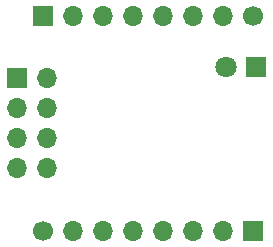
<source format=gbr>
%TF.GenerationSoftware,KiCad,Pcbnew,7.0.2*%
%TF.CreationDate,2023-05-28T00:49:17+02:00*%
%TF.ProjectId,cc1101_pcb,63633131-3031-45f7-9063-622e6b696361,rev?*%
%TF.SameCoordinates,Original*%
%TF.FileFunction,Soldermask,Bot*%
%TF.FilePolarity,Negative*%
%FSLAX46Y46*%
G04 Gerber Fmt 4.6, Leading zero omitted, Abs format (unit mm)*
G04 Created by KiCad (PCBNEW 7.0.2) date 2023-05-28 00:49:17*
%MOMM*%
%LPD*%
G01*
G04 APERTURE LIST*
%ADD10R,1.700000X1.700000*%
%ADD11O,1.700000X1.700000*%
%ADD12C,1.700000*%
%ADD13C,1.800000*%
%ADD14R,1.800000X1.800000*%
G04 APERTURE END LIST*
D10*
%TO.C,J1*%
X37400000Y-78900000D03*
D11*
X39940000Y-78900000D03*
X42480000Y-78900000D03*
X45020000Y-78900000D03*
X47560000Y-78900000D03*
X50100000Y-78900000D03*
X52640000Y-78900000D03*
D12*
X55180000Y-78900000D03*
%TD*%
%TO.C,J2*%
X37440000Y-97100000D03*
D11*
X39980000Y-97100000D03*
X42520000Y-97100000D03*
X45060000Y-97100000D03*
X47600000Y-97100000D03*
X50140000Y-97100000D03*
X52680000Y-97100000D03*
D10*
X55220000Y-97100000D03*
%TD*%
D13*
%TO.C,LED*%
X52860000Y-83200000D03*
D14*
X55400000Y-83200000D03*
%TD*%
D10*
%TO.C,J3*%
X35160000Y-84180000D03*
D11*
X37700000Y-84180000D03*
X35160000Y-86720000D03*
X37700000Y-86720000D03*
X35160000Y-89260000D03*
X37700000Y-89260000D03*
X35160000Y-91800000D03*
X37700000Y-91800000D03*
%TD*%
M02*

</source>
